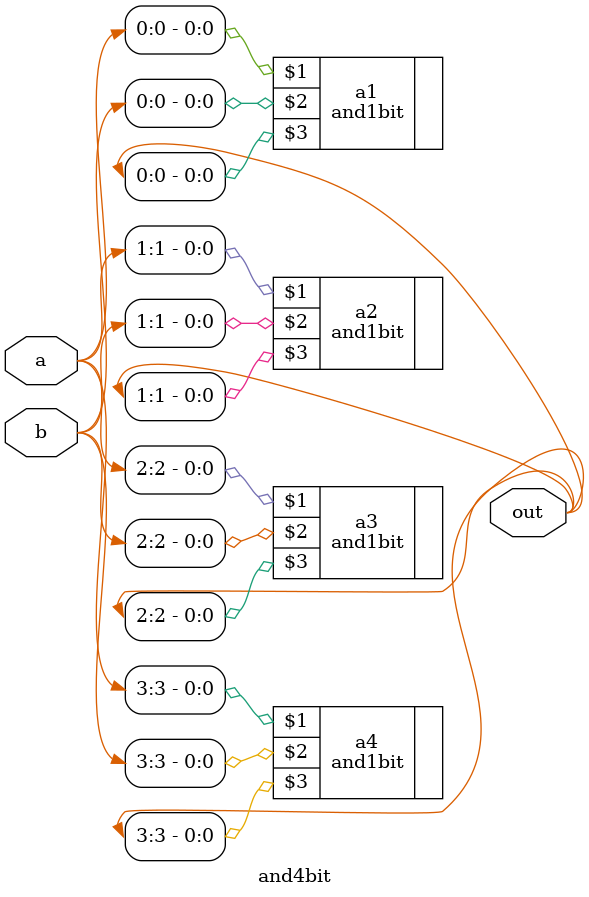
<source format=v>
`include "and1bit.v"
module and4bit (a,b,out);
    input [3:0] a, b;
    output [3:0] out;

    and1bit a1(a[0],b[0],out[0]);
    and1bit a2(a[1],b[1],out[1]);
    and1bit a3(a[2],b[2],out[2]);
    and1bit a4(a[3],b[3],out[3]);
endmodule
</source>
